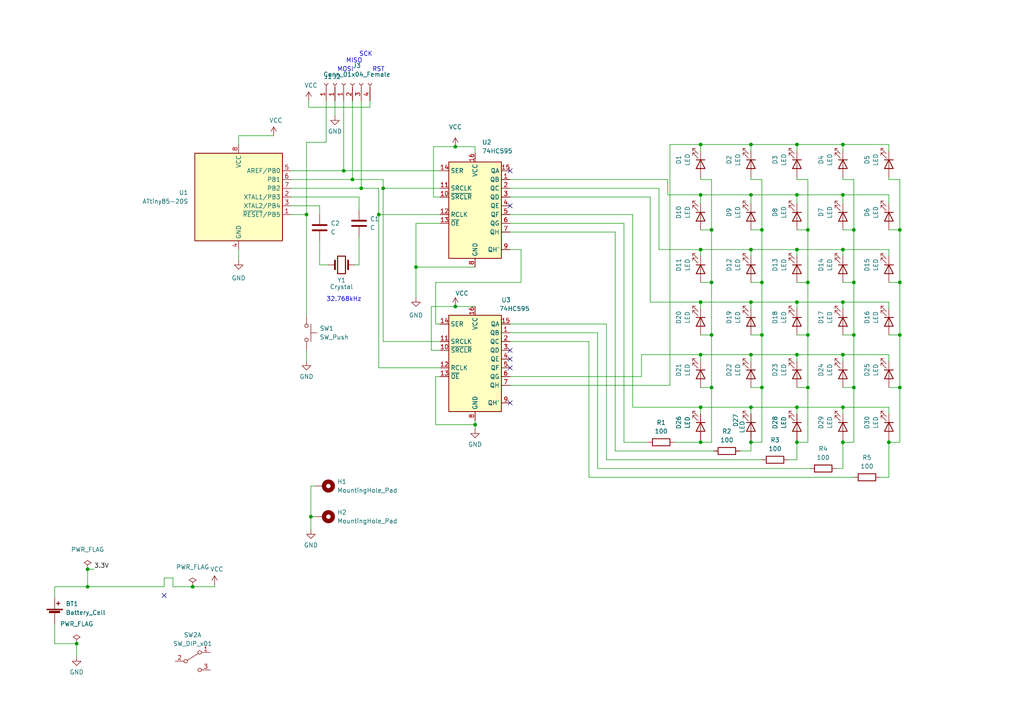
<source format=kicad_sch>
(kicad_sch (version 20211123) (generator eeschema)
  (paper "A4")
  (lib_symbols
    (symbol "74xx:74HC595"
      (property "Reference" "U" (at -7.62 13.97 0))
      (property "Value" "74HC595" (at -7.62 -16.51 0))
      (symbol "74HC595_1_0"
        (pin tri_state line (at 10.16 7.62 180) (length 2.54) (name "QB") (number "1"))
        (pin input line (at -10.16 2.54 0) (length 2.54) (name "~{SRCLR}") (number "10"))
        (pin input line (at -10.16 5.08 0) (length 2.54) (name "SRCLK") (number "11"))
        (pin input line (at -10.16 -2.54 0) (length 2.54) (name "RCLK") (number "12"))
        (pin input line (at -10.16 -5.08 0) (length 2.54) (name "~{OE}") (number "13"))
        (pin input line (at -10.16 10.16 0) (length 2.54) (name "SER") (number "14"))
        (pin tri_state line (at 10.16 10.16 180) (length 2.54) (name "QA") (number "15"))
        (pin power_in line (at 0 15.24 270) (length 2.54) (name "VCC") (number "16"))
        (pin tri_state line (at 10.16 5.08 180) (length 2.54) (name "QC") (number "2"))
        (pin tri_state line (at 10.16 2.54 180) (length 2.54) (name "QD") (number "3"))
        (pin tri_state line (at 10.16 0 180) (length 2.54) (name "QE") (number "4"))
        (pin tri_state line (at 10.16 -2.54 180) (length 2.54) (name "QF") (number "5"))
        (pin tri_state line (at 10.16 -5.08 180) (length 2.54) (name "QG") (number "6"))
        (pin tri_state line (at 10.16 -7.62 180) (length 2.54) (name "QH") (number "7"))
        (pin power_in line (at 0 -17.78 90) (length 2.54) (name "GND") (number "8"))
        (pin output line (at 10.16 -12.7 180) (length 2.54) (name "QH'") (number "9"))
      )
      (symbol "74HC595_1_1"
        (rectangle (start -7.62 12.7) (end 7.62 -15.24) (stroke (width 0.254)) (fill (type background)))
      )
    )
    (symbol "Connector:Conn_01x01_Female" (pin_names (offset 1.016) hide)
      (property "Reference" "J" (at 0 2.54 0))
      (property "Value" "Conn_01x01_Female" (at 0 -2.54 0))
      (symbol "Conn_01x01_Female_1_1"
        (polyline (pts (xy -1.27 0) (xy -0.508 0)) (stroke (width 0.1524)))
        (arc (start 0 0.508) (mid -0.508 0) (end 0 -0.508) (stroke (width 0.1524)))
        (pin passive line (at -5.08 0 0) (length 3.81) (name "Pin_1") (number "1"))
      )
    )
    (symbol "Connector:Conn_01x04_Female" (pin_names (offset 1.016) hide)
      (property "Reference" "J" (at 0 5.08 0))
      (property "Value" "Conn_01x04_Female" (at 0 -7.62 0))
      (symbol "Conn_01x04_Female_1_1"
        (arc (start 0 -4.572) (mid -0.508 -5.08) (end 0 -5.588) (stroke (width 0.1524)))
        (arc (start 0 -2.032) (mid -0.508 -2.54) (end 0 -3.048) (stroke (width 0.1524)))
        (polyline (pts (xy -1.27 -5.08) (xy -0.508 -5.08)) (stroke (width 0.1524)))
        (polyline (pts (xy -1.27 -2.54) (xy -0.508 -2.54)) (stroke (width 0.1524)))
        (polyline (pts (xy -1.27 0) (xy -0.508 0)) (stroke (width 0.1524)))
        (polyline (pts (xy -1.27 2.54) (xy -0.508 2.54)) (stroke (width 0.1524)))
        (arc (start 0 0.508) (mid -0.508 0) (end 0 -0.508) (stroke (width 0.1524)))
        (arc (start 0 3.048) (mid -0.508 2.54) (end 0 2.032) (stroke (width 0.1524)))
        (pin passive line (at -5.08 2.54 0) (length 3.81) (name "Pin_1") (number "1"))
        (pin passive line (at -5.08 0 0) (length 3.81) (name "Pin_2") (number "2"))
        (pin passive line (at -5.08 -2.54 0) (length 3.81) (name "Pin_3") (number "3"))
        (pin passive line (at -5.08 -5.08 0) (length 3.81) (name "Pin_4") (number "4"))
      )
    )
    (symbol "Device:Battery_Cell" (pin_numbers hide) (pin_names (offset 0) hide)
      (property "Reference" "BT" (at 2.54 2.54 0))
      (property "Value" "Battery_Cell" (at 2.54 0 0))
      (symbol "Battery_Cell_0_1"
        (rectangle (start -2.286 1.778) (end 2.286 1.524) (fill (type outline)))
        (rectangle (start -1.5748 1.1938) (end 1.4732 0.6858) (fill (type outline)))
        (polyline (pts (xy 0 0.762) (xy 0 0)))
        (polyline (pts (xy 0 1.778) (xy 0 2.54)))
        (polyline (pts (xy 0.508 3.429) (xy 1.524 3.429)) (stroke (width 0.254)))
        (polyline (pts (xy 1.016 3.937) (xy 1.016 2.921)) (stroke (width 0.254)))
      )
      (symbol "Battery_Cell_1_1"
        (pin passive line (at 0 5.08 270) (length 2.54) (name "+") (number "1"))
        (pin passive line (at 0 -2.54 90) (length 2.54) (name "-") (number "2"))
      )
    )
    (symbol "Device:C" (pin_numbers hide) (pin_names (offset 0.254))
      (property "Reference" "C" (at 0.635 2.54 0))
      (property "Value" "C" (at 0.635 -2.54 0))
      (symbol "C_0_1"
        (polyline (pts (xy -2.032 -0.762) (xy 2.032 -0.762)) (stroke (width 0.508)))
        (polyline (pts (xy -2.032 0.762) (xy 2.032 0.762)) (stroke (width 0.508)))
      )
      (symbol "C_1_1"
        (pin passive line (at 0 3.81 270) (length 2.794) (name "~") (number "1"))
        (pin passive line (at 0 -3.81 90) (length 2.794) (name "~") (number "2"))
      )
    )
    (symbol "Device:Crystal" (pin_numbers hide) (pin_names (offset 1.016) hide)
      (property "Reference" "Y" (at 0 3.81 0))
      (property "Value" "Crystal" (at 0 -3.81 0))
      (symbol "Crystal_0_1"
        (rectangle (start -1.143 2.54) (end 1.143 -2.54) (stroke (width 0.3048)))
        (polyline (pts (xy -2.54 0) (xy -1.905 0)))
        (polyline (pts (xy -1.905 -1.27) (xy -1.905 1.27)) (stroke (width 0.508)))
        (polyline (pts (xy 1.905 -1.27) (xy 1.905 1.27)) (stroke (width 0.508)))
        (polyline (pts (xy 2.54 0) (xy 1.905 0)))
      )
      (symbol "Crystal_1_1"
        (pin passive line (at -3.81 0 0) (length 1.27) (name "1") (number "1"))
        (pin passive line (at 3.81 0 180) (length 1.27) (name "2") (number "2"))
      )
    )
    (symbol "Device:LED" (pin_numbers hide) (pin_names (offset 1.016) hide)
      (property "Reference" "D" (at 0 2.54 0))
      (property "Value" "LED" (at 0 -2.54 0))
      (symbol "LED_0_1"
        (polyline (pts (xy -1.27 -1.27) (xy -1.27 1.27)) (stroke (width 0.254)))
        (polyline (pts (xy -1.27 0) (xy 1.27 0)))
        (polyline (pts (xy 1.27 -1.27) (xy 1.27 1.27) (xy -1.27 0) (xy 1.27 -1.27)) (stroke (width 0.254)))
        (polyline (pts (xy -3.048 -0.762) (xy -4.572 -2.286) (xy -3.81 -2.286) (xy -4.572 -2.286) (xy -4.572 -1.524)))
        (polyline (pts (xy -1.778 -0.762) (xy -3.302 -2.286) (xy -2.54 -2.286) (xy -3.302 -2.286) (xy -3.302 -1.524)))
      )
      (symbol "LED_1_1"
        (pin passive line (at -3.81 0 0) (length 2.54) (name "K") (number "1"))
        (pin passive line (at 3.81 0 180) (length 2.54) (name "A") (number "2"))
      )
    )
    (symbol "Device:R" (pin_numbers hide) (pin_names (offset 0))
      (property "Reference" "R" (at 2.032 0 90))
      (property "Value" "R" (at 0 0 90))
      (symbol "R_0_1"
        (rectangle (start -1.016 -2.54) (end 1.016 2.54) (stroke (width 0.254)))
      )
      (symbol "R_1_1"
        (pin passive line (at 0 3.81 270) (length 1.27) (name "~") (number "1"))
        (pin passive line (at 0 -3.81 90) (length 1.27) (name "~") (number "2"))
      )
    )
    (symbol "MCU_Microchip_ATtiny:ATtiny85-20S"
      (property "Reference" "U" (at -12.7 13.97 0))
      (property "Value" "ATtiny85-20S" (at 2.54 -13.97 0))
      (symbol "ATtiny85-20S_0_1"
        (rectangle (start -12.7 -12.7) (end 12.7 12.7) (stroke (width 0.254)) (fill (type background)))
      )
      (symbol "ATtiny85-20S_1_1"
        (pin bidirectional line (at 15.24 -5.08 180) (length 2.54) (name "~{RESET}/PB5") (number "1"))
        (pin bidirectional line (at 15.24 0 180) (length 2.54) (name "XTAL1/PB3") (number "2"))
        (pin bidirectional line (at 15.24 -2.54 180) (length 2.54) (name "XTAL2/PB4") (number "3"))
        (pin power_in line (at 0 -15.24 90) (length 2.54) (name "GND") (number "4"))
        (pin bidirectional line (at 15.24 7.62 180) (length 2.54) (name "AREF/PB0") (number "5"))
        (pin bidirectional line (at 15.24 5.08 180) (length 2.54) (name "PB1") (number "6"))
        (pin bidirectional line (at 15.24 2.54 180) (length 2.54) (name "PB2") (number "7"))
        (pin power_in line (at 0 15.24 270) (length 2.54) (name "VCC") (number "8"))
      )
    )
    (symbol "Mechanical:MountingHole_Pad" (pin_numbers hide) (pin_names (offset 1.016) hide)
      (property "Reference" "H" (at 0 6.35 0))
      (property "Value" "MountingHole_Pad" (at 0 4.445 0))
      (symbol "MountingHole_Pad_0_1"
        (circle (center 0 1.27) (radius 1.27) (stroke (width 1.27)))
      )
      (symbol "MountingHole_Pad_1_1"
        (pin input line (at 0 -2.54 90) (length 2.54) (name "1") (number "1"))
      )
    )
    (symbol "Switch:SW_DPDT_x2" (pin_names (offset 0) hide)
      (property "Reference" "SW" (at 0 4.318 0))
      (property "Value" "SW_DPDT_x2" (at 0 -5.08 0))
      (symbol "SW_DPDT_x2_0_0"
        (circle (center -2.032 0) (radius 0.508))
        (circle (center 2.032 -2.54) (radius 0.508))
      )
      (symbol "SW_DPDT_x2_0_1"
        (polyline (pts (xy -1.524 0.254) (xy 1.651 2.286)))
        (circle (center 2.032 2.54) (radius 0.508))
      )
      (symbol "SW_DPDT_x2_1_1"
        (pin passive line (at 5.08 2.54 180) (length 2.54) (name "A") (number "1"))
        (pin passive line (at -5.08 0 0) (length 2.54) (name "B") (number "2"))
        (pin passive line (at 5.08 -2.54 180) (length 2.54) (name "C") (number "3"))
      )
      (symbol "SW_DPDT_x2_2_1"
        (pin passive line (at 5.08 2.54 180) (length 2.54) (name "A") (number "4"))
        (pin passive line (at -5.08 0 0) (length 2.54) (name "B") (number "5"))
        (pin passive line (at 5.08 -2.54 180) (length 2.54) (name "C") (number "6"))
      )
    )
    (symbol "Switch:SW_Push" (pin_numbers hide) (pin_names (offset 1.016) hide)
      (property "Reference" "SW" (at 1.27 2.54 0))
      (property "Value" "SW_Push" (at 0 -1.524 0))
      (symbol "SW_Push_0_1"
        (circle (center -2.032 0) (radius 0.508))
        (polyline (pts (xy 0 1.27) (xy 0 3.048)))
        (polyline (pts (xy 2.54 1.27) (xy -2.54 1.27)))
        (circle (center 2.032 0) (radius 0.508))
        (pin passive line (at -5.08 0 0) (length 2.54) (name "1") (number "1"))
        (pin passive line (at 5.08 0 180) (length 2.54) (name "2") (number "2"))
      )
    )
    (symbol "power:GND" (power) (pin_names (offset 0))
      (property "Value" "GND" (at 0 -3.81 0))
      (symbol "GND_0_1"
        (polyline (pts (xy 0 0) (xy 0 -1.27) (xy 1.27 -1.27) (xy 0 -2.54) (xy -1.27 -1.27) (xy 0 -1.27)))
      )
      (symbol "GND_1_1"
        (pin power_in line (at 0 0 270) (length 0) hide (name "GND") (number "1"))
      )
    )
    (symbol "power:PWR_FLAG" (power) (pin_numbers hide) (pin_names (offset 0) hide)
      (property "Value" "PWR_FLAG" (at 0 3.81 0))
      (symbol "PWR_FLAG_0_0"
        (pin power_out line (at 0 0 90) (length 0) (name "pwr") (number "1"))
      )
      (symbol "PWR_FLAG_0_1"
        (polyline (pts (xy 0 0) (xy 0 1.27) (xy -1.016 1.905) (xy 0 2.54) (xy 1.016 1.905) (xy 0 1.27)))
      )
    )
    (symbol "power:VCC" (power) (pin_names (offset 0))
      (property "Value" "VCC" (at 0 3.81 0))
      (symbol "VCC_0_1"
        (polyline (pts (xy -0.762 1.27) (xy 0 2.54)))
        (polyline (pts (xy 0 0) (xy 0 2.54)))
        (polyline (pts (xy 0 2.54) (xy 0.762 1.27)))
      )
      (symbol "VCC_1_1"
        (pin power_in line (at 0 0 90) (length 0) hide (name "VCC") (number "1"))
      )
    )
  )
  (junction (at 231.14 128.27))
  (junction (at 104.775 54.61))
  (junction (at 244.475 118.11))
  (junction (at 247.65 66.675))
  (junction (at 203.2 128.27))
  (junction (at 88.9 62.23))
  (junction (at 25.4 170.18))
  (junction (at 203.2 72.39))
  (junction (at 132.08 42.545))
  (junction (at 120.65 77.47))
  (junction (at 247.65 81.915))
  (junction (at 217.805 56.515))
  (junction (at 90.17 149.86))
  (junction (at 217.805 41.91))
  (junction (at 203.2 56.515))
  (junction (at 203.2 102.87))
  (junction (at 231.14 56.515))
  (junction (at 220.98 81.915))
  (junction (at 137.795 123.19))
  (junction (at 231.14 118.11))
  (junction (at 102.235 52.07))
  (junction (at 25.4 165.1))
  (junction (at 206.375 81.915))
  (junction (at 220.98 97.155))
  (junction (at 231.14 102.87))
  (junction (at 217.805 87.63))
  (junction (at 203.2 87.63))
  (junction (at 247.65 112.395))
  (junction (at 220.98 112.395))
  (junction (at 244.475 72.39))
  (junction (at 231.14 41.91))
  (junction (at 247.65 97.155))
  (junction (at 217.805 102.87))
  (junction (at 220.98 66.675))
  (junction (at 217.805 118.11))
  (junction (at 234.315 97.155))
  (junction (at 203.2 118.11))
  (junction (at 206.375 97.155))
  (junction (at 203.2 41.91))
  (junction (at 260.985 66.675))
  (junction (at 231.14 87.63))
  (junction (at 111.125 54.61))
  (junction (at 217.805 72.39))
  (junction (at 234.315 81.915))
  (junction (at 234.315 66.675))
  (junction (at 260.985 81.915))
  (junction (at 231.14 72.39))
  (junction (at 55.88 170.18))
  (junction (at 22.225 186.69))
  (junction (at 234.315 112.395))
  (junction (at 217.805 128.27))
  (junction (at 206.375 66.675))
  (junction (at 244.475 56.515))
  (junction (at 260.985 97.155))
  (junction (at 99.695 49.53))
  (junction (at 260.985 112.395))
  (junction (at 244.475 102.87))
  (junction (at 109.855 62.23))
  (junction (at 244.475 128.27))
  (junction (at 132.08 88.9))
  (junction (at 244.475 41.91))
  (junction (at 206.375 112.395))
  (junction (at 257.81 128.27))
  (junction (at 244.475 87.63))
  (no_connect (at 47.625 172.72))
  (no_connect (at 147.955 116.84))
  (no_connect (at 147.955 104.14))
  (no_connect (at 147.955 59.69))
  (no_connect (at 147.955 106.68))
  (no_connect (at 147.955 101.6))
  (no_connect (at 147.955 49.53))
  (wire (pts (xy 84.455 52.07) (xy 102.235 52.07)))
  (wire (pts (xy 257.81 66.675) (xy 260.985 66.675)))
  (wire (pts (xy 260.985 81.915) (xy 260.985 97.155)))
  (wire (pts (xy 170.815 138.43) (xy 247.65 138.43)))
  (wire (pts (xy 88.9 62.23) (xy 88.9 91.44)))
  (wire (pts (xy 206.375 66.675) (xy 206.375 52.07)))
  (wire (pts (xy 147.955 96.52) (xy 173.355 96.52)))
  (wire (pts (xy 111.125 99.06) (xy 127.635 99.06)))
  (wire (pts (xy 50.165 167.64) (xy 50.165 170.18)))
  (wire (pts (xy 69.215 39.37) (xy 79.375 39.37)))
  (wire (pts (xy 234.315 97.155) (xy 234.315 81.915)))
  (wire (pts (xy 191.135 72.39) (xy 203.2 72.39)))
  (wire (pts (xy 231.14 56.515) (xy 217.805 56.515)))
  (wire (pts (xy 195.58 128.27) (xy 203.2 128.27)))
  (wire (pts (xy 217.805 66.675) (xy 220.98 66.675)))
  (wire (pts (xy 244.475 118.11) (xy 244.475 120.015)))
  (wire (pts (xy 257.81 72.39) (xy 257.81 74.295)))
  (wire (pts (xy 69.215 72.39) (xy 69.215 75.565)))
  (wire (pts (xy 203.2 87.63) (xy 217.805 87.63)))
  (wire (pts (xy 234.315 128.27) (xy 234.315 112.395)))
  (wire (pts (xy 194.31 41.91) (xy 203.2 41.91)))
  (wire (pts (xy 244.475 87.63) (xy 244.475 89.535)))
  (wire (pts (xy 69.215 39.37) (xy 69.215 41.91)))
  (wire (pts (xy 109.855 54.61) (xy 104.775 54.61)))
  (wire (pts (xy 55.88 170.18) (xy 62.23 170.18)))
  (wire (pts (xy 231.14 72.39) (xy 231.14 74.295)))
  (wire (pts (xy 244.475 72.39) (xy 257.81 72.39)))
  (wire (pts (xy 257.81 118.11) (xy 244.475 118.11)))
  (wire (pts (xy 203.2 97.155) (xy 206.375 97.155)))
  (wire (pts (xy 231.14 66.675) (xy 234.315 66.675)))
  (wire (pts (xy 203.2 118.11) (xy 217.805 118.11)))
  (wire (pts (xy 244.475 118.11) (xy 231.14 118.11)))
  (wire (pts (xy 244.475 102.87) (xy 257.81 102.87)))
  (wire (pts (xy 206.375 97.155) (xy 206.375 81.915)))
  (wire (pts (xy 231.14 87.63) (xy 231.14 89.535)))
  (wire (pts (xy 186.055 102.87) (xy 203.2 102.87)))
  (wire (pts (xy 214.63 130.81) (xy 217.805 130.81)))
  (wire (pts (xy 84.455 59.69) (xy 92.71 59.69)))
  (wire (pts (xy 193.675 56.515) (xy 203.2 56.515)))
  (wire (pts (xy 231.14 118.11) (xy 217.805 118.11)))
  (wire (pts (xy 147.955 54.61) (xy 191.135 54.61)))
  (wire (pts (xy 25.4 170.18) (xy 47.625 170.18)))
  (wire (pts (xy 203.2 102.87) (xy 217.805 102.87)))
  (wire (pts (xy 244.475 135.89) (xy 244.475 128.27)))
  (wire (pts (xy 231.14 112.395) (xy 234.315 112.395)))
  (wire (pts (xy 247.65 81.915) (xy 247.65 66.675)))
  (wire (pts (xy 104.775 54.61) (xy 84.455 54.61)))
  (wire (pts (xy 203.2 118.11) (xy 203.2 120.015)))
  (wire (pts (xy 175.895 133.35) (xy 220.98 133.35)))
  (wire (pts (xy 231.14 128.27) (xy 231.14 133.35)))
  (wire (pts (xy 203.2 112.395) (xy 206.375 112.395)))
  (wire (pts (xy 217.805 52.07) (xy 217.805 51.435)))
  (wire (pts (xy 15.875 186.69) (xy 22.225 186.69)))
  (wire (pts (xy 203.2 66.675) (xy 206.375 66.675)))
  (wire (pts (xy 147.955 62.23) (xy 183.515 62.23)))
  (wire (pts (xy 234.315 112.395) (xy 234.315 97.155)))
  (wire (pts (xy 231.14 118.11) (xy 231.14 120.015)))
  (wire (pts (xy 244.475 128.27) (xy 247.65 128.27)))
  (wire (pts (xy 90.17 149.86) (xy 91.44 149.86)))
  (wire (pts (xy 47.625 170.18) (xy 47.625 167.64)))
  (wire (pts (xy 107.315 31.115) (xy 107.315 29.21)))
  (wire (pts (xy 217.805 127.635) (xy 217.805 128.27)))
  (wire (pts (xy 231.14 128.27) (xy 234.315 128.27)))
  (wire (pts (xy 183.515 118.11) (xy 203.2 118.11)))
  (wire (pts (xy 15.875 173.355) (xy 15.875 170.18)))
  (wire (pts (xy 217.805 97.155) (xy 220.98 97.155)))
  (wire (pts (xy 257.81 43.815) (xy 257.81 41.91)))
  (wire (pts (xy 137.795 123.19) (xy 137.795 124.46)))
  (wire (pts (xy 217.805 102.87) (xy 217.805 104.775)))
  (wire (pts (xy 84.455 62.23) (xy 88.9 62.23)))
  (wire (pts (xy 206.375 128.27) (xy 206.375 112.395)))
  (wire (pts (xy 231.14 87.63) (xy 244.475 87.63)))
  (wire (pts (xy 247.65 66.675) (xy 247.65 52.07)))
  (wire (pts (xy 260.985 52.07) (xy 260.985 66.675)))
  (wire (pts (xy 244.475 41.91) (xy 244.475 43.815)))
  (wire (pts (xy 94.615 41.275) (xy 94.615 29.21)))
  (wire (pts (xy 147.955 109.22) (xy 186.055 109.22)))
  (wire (pts (xy 186.055 109.22) (xy 186.055 102.87)))
  (wire (pts (xy 89.535 31.115) (xy 107.315 31.115)))
  (wire (pts (xy 147.955 72.39) (xy 151.13 72.39)))
  (wire (pts (xy 137.795 42.545) (xy 137.795 44.45)))
  (wire (pts (xy 207.01 130.81) (xy 178.435 130.81)))
  (wire (pts (xy 220.98 97.155) (xy 220.98 81.915)))
  (wire (pts (xy 203.2 81.915) (xy 206.375 81.915)))
  (wire (pts (xy 234.315 81.915) (xy 234.315 66.675)))
  (wire (pts (xy 175.895 133.35) (xy 175.895 93.98)))
  (wire (pts (xy 244.475 52.07) (xy 244.475 51.435)))
  (wire (pts (xy 244.475 41.91) (xy 257.81 41.91)))
  (wire (pts (xy 231.14 56.515) (xy 231.14 59.055)))
  (wire (pts (xy 217.805 102.87) (xy 231.14 102.87)))
  (wire (pts (xy 109.855 62.23) (xy 109.855 106.68)))
  (wire (pts (xy 231.14 127.635) (xy 231.14 128.27)))
  (wire (pts (xy 175.895 93.98) (xy 147.955 93.98)))
  (wire (pts (xy 244.475 112.395) (xy 247.65 112.395)))
  (wire (pts (xy 220.98 81.915) (xy 220.98 66.675)))
  (wire (pts (xy 217.805 128.27) (xy 220.98 128.27)))
  (wire (pts (xy 217.805 87.63) (xy 217.805 89.535)))
  (wire (pts (xy 147.955 52.07) (xy 193.675 52.07)))
  (wire (pts (xy 231.14 72.39) (xy 244.475 72.39)))
  (wire (pts (xy 126.365 93.98) (xy 127.635 93.98)))
  (wire (pts (xy 180.975 128.27) (xy 187.96 128.27)))
  (wire (pts (xy 217.805 41.91) (xy 217.805 43.815)))
  (wire (pts (xy 147.955 99.06) (xy 170.815 99.06)))
  (wire (pts (xy 120.65 77.47) (xy 137.795 77.47)))
  (wire (pts (xy 104.14 76.835) (xy 102.87 76.835)))
  (wire (pts (xy 244.475 127.635) (xy 244.475 128.27)))
  (wire (pts (xy 217.805 72.39) (xy 217.805 74.295)))
  (wire (pts (xy 244.475 102.87) (xy 244.475 104.775)))
  (wire (pts (xy 203.2 128.27) (xy 206.375 128.27)))
  (wire (pts (xy 127.635 64.77) (xy 120.65 64.77)))
  (wire (pts (xy 217.805 112.395) (xy 220.98 112.395)))
  (wire (pts (xy 206.375 52.07) (xy 203.2 52.07)))
  (wire (pts (xy 125.095 88.9) (xy 125.095 101.6)))
  (wire (pts (xy 50.165 170.18) (xy 55.88 170.18)))
  (wire (pts (xy 193.675 52.07) (xy 193.675 56.515)))
  (wire (pts (xy 206.375 81.915) (xy 206.375 66.675)))
  (wire (pts (xy 120.65 64.77) (xy 120.65 77.47)))
  (wire (pts (xy 88.9 41.275) (xy 94.615 41.275)))
  (wire (pts (xy 244.475 87.63) (xy 257.81 87.63)))
  (wire (pts (xy 15.875 180.975) (xy 15.875 186.69)))
  (wire (pts (xy 260.985 52.07) (xy 257.81 52.07)))
  (wire (pts (xy 217.805 118.11) (xy 217.805 120.015)))
  (wire (pts (xy 92.71 76.835) (xy 95.25 76.835)))
  (wire (pts (xy 188.595 87.63) (xy 188.595 57.15)))
  (wire (pts (xy 220.98 128.27) (xy 220.98 112.395)))
  (wire (pts (xy 231.14 81.915) (xy 234.315 81.915)))
  (wire (pts (xy 257.81 52.07) (xy 257.81 51.435)))
  (wire (pts (xy 244.475 81.915) (xy 247.65 81.915)))
  (wire (pts (xy 203.2 74.295) (xy 203.2 72.39)))
  (wire (pts (xy 257.81 59.055) (xy 257.81 56.515)))
  (wire (pts (xy 257.81 104.775) (xy 257.81 102.87)))
  (wire (pts (xy 137.795 123.19) (xy 137.795 121.92)))
  (wire (pts (xy 257.81 97.155) (xy 260.985 97.155)))
  (wire (pts (xy 234.315 52.07) (xy 231.14 52.07)))
  (wire (pts (xy 234.315 66.675) (xy 234.315 52.07)))
  (wire (pts (xy 178.435 67.31) (xy 178.435 130.81)))
  (wire (pts (xy 260.985 112.395) (xy 260.985 97.155)))
  (wire (pts (xy 88.9 62.23) (xy 88.9 41.275)))
  (wire (pts (xy 84.455 49.53) (xy 99.695 49.53)))
  (wire (pts (xy 62.23 170.18) (xy 62.23 169.545)))
  (wire (pts (xy 244.475 56.515) (xy 231.14 56.515)))
  (wire (pts (xy 231.14 43.815) (xy 231.14 41.91)))
  (wire (pts (xy 183.515 62.23) (xy 183.515 118.11)))
  (wire (pts (xy 90.17 140.97) (xy 90.17 149.86)))
  (wire (pts (xy 127.635 109.22) (xy 126.365 109.22)))
  (wire (pts (xy 217.805 81.915) (xy 220.98 81.915)))
  (wire (pts (xy 47.625 167.64) (xy 50.165 167.64)))
  (wire (pts (xy 109.855 62.23) (xy 109.855 54.61)))
  (wire (pts (xy 120.65 77.47) (xy 120.65 86.36)))
  (wire (pts (xy 111.125 54.61) (xy 127.635 54.61)))
  (wire (pts (xy 217.805 72.39) (xy 231.14 72.39)))
  (wire (pts (xy 104.14 57.15) (xy 104.14 60.96)))
  (wire (pts (xy 126.365 109.22) (xy 126.365 123.19)))
  (wire (pts (xy 194.31 41.91) (xy 194.31 111.76)))
  (wire (pts (xy 220.98 52.07) (xy 217.805 52.07)))
  (wire (pts (xy 88.9 101.6) (xy 88.9 104.775)))
  (wire (pts (xy 132.08 88.9) (xy 125.095 88.9)))
  (wire (pts (xy 206.375 112.395) (xy 206.375 97.155)))
  (wire (pts (xy 126.365 123.19) (xy 137.795 123.19)))
  (wire (pts (xy 151.13 72.39) (xy 151.13 81.915)))
  (wire (pts (xy 147.955 67.31) (xy 178.435 67.31)))
  (wire (pts (xy 99.695 29.21) (xy 99.695 49.53)))
  (wire (pts (xy 99.695 49.53) (xy 127.635 49.53)))
  (wire (pts (xy 102.235 52.07) (xy 111.125 52.07)))
  (wire (pts (xy 257.81 81.915) (xy 260.985 81.915)))
  (wire (pts (xy 188.595 87.63) (xy 203.2 87.63)))
  (wire (pts (xy 125.095 101.6) (xy 127.635 101.6)))
  (wire (pts (xy 203.2 127.635) (xy 203.2 128.27)))
  (wire (pts (xy 231.14 97.155) (xy 234.315 97.155)))
  (wire (pts (xy 25.4 170.18) (xy 25.4 165.1)))
  (wire (pts (xy 257.81 127.635) (xy 257.81 128.27)))
  (wire (pts (xy 220.98 66.675) (xy 220.98 52.07)))
  (wire (pts (xy 203.2 102.87) (xy 203.2 104.775)))
  (wire (pts (xy 25.4 165.1) (xy 27.305 165.1)))
  (wire (pts (xy 92.71 59.69) (xy 92.71 62.23)))
  (wire (pts (xy 231.14 104.775) (xy 231.14 102.87)))
  (wire (pts (xy 137.795 88.9) (xy 132.08 88.9)))
  (wire (pts (xy 257.81 56.515) (xy 244.475 56.515)))
  (wire (pts (xy 173.355 135.89) (xy 234.95 135.89)))
  (wire (pts (xy 257.81 128.27) (xy 257.81 138.43)))
  (wire (pts (xy 217.805 87.63) (xy 231.14 87.63)))
  (wire (pts (xy 257.81 128.27) (xy 260.985 128.27)))
  (wire (pts (xy 203.2 56.515) (xy 217.805 56.515)))
  (wire (pts (xy 104.14 68.58) (xy 104.14 76.835)))
  (wire (pts (xy 127.635 57.15) (xy 125.73 57.15)))
  (wire (pts (xy 180.975 64.77) (xy 147.955 64.77)))
  (wire (pts (xy 104.775 29.21) (xy 104.775 54.61)))
  (wire (pts (xy 188.595 57.15) (xy 147.955 57.15)))
  (wire (pts (xy 203.2 41.91) (xy 203.2 43.815)))
  (wire (pts (xy 231.14 41.91) (xy 244.475 41.91)))
  (wire (pts (xy 247.65 112.395) (xy 247.65 97.155)))
  (wire (pts (xy 102.235 29.21) (xy 102.235 52.07)))
  (wire (pts (xy 132.08 42.545) (xy 137.795 42.545)))
  (wire (pts (xy 170.815 138.43) (xy 170.815 99.06)))
  (wire (pts (xy 203.2 87.63) (xy 203.2 89.535)))
  (wire (pts (xy 111.125 54.61) (xy 111.125 99.06)))
  (wire (pts (xy 260.985 66.675) (xy 260.985 81.915)))
  (wire (pts (xy 173.355 96.52) (xy 173.355 135.89)))
  (wire (pts (xy 242.57 135.89) (xy 244.475 135.89)))
  (wire (pts (xy 125.73 57.15) (xy 125.73 42.545)))
  (wire (pts (xy 91.44 140.97) (xy 90.17 140.97)))
  (wire (pts (xy 109.855 106.68) (xy 127.635 106.68)))
  (wire (pts (xy 89.535 31.115) (xy 89.535 29.21)))
  (wire (pts (xy 257.81 120.015) (xy 257.81 118.11)))
  (wire (pts (xy 255.27 138.43) (xy 257.81 138.43)))
  (wire (pts (xy 244.475 66.675) (xy 247.65 66.675)))
  (wire (pts (xy 151.13 81.915) (xy 126.365 81.915)))
  (wire (pts (xy 111.125 52.07) (xy 111.125 54.61)))
  (wire (pts (xy 247.65 52.07) (xy 244.475 52.07)))
  (wire (pts (xy 203.2 56.515) (xy 203.2 59.055)))
  (wire (pts (xy 217.805 130.81) (xy 217.805 128.27)))
  (wire (pts (xy 247.65 97.155) (xy 247.65 81.915)))
  (wire (pts (xy 84.455 57.15) (xy 104.14 57.15)))
  (wire (pts (xy 191.135 72.39) (xy 191.135 54.61)))
  (wire (pts (xy 92.71 69.85) (xy 92.71 76.835)))
  (wire (pts (xy 109.855 62.23) (xy 127.635 62.23)))
  (wire (pts (xy 180.975 128.27) (xy 180.975 64.77)))
  (wire (pts (xy 244.475 97.155) (xy 247.65 97.155)))
  (wire (pts (xy 220.98 112.395) (xy 220.98 97.155)))
  (wire (pts (xy 260.985 128.27) (xy 260.985 112.395)))
  (wire (pts (xy 217.805 41.91) (xy 231.14 41.91)))
  (wire (pts (xy 247.65 128.27) (xy 247.65 112.395)))
  (wire (pts (xy 125.73 42.545) (xy 132.08 42.545)))
  (wire (pts (xy 203.2 72.39) (xy 217.805 72.39)))
  (wire (pts (xy 244.475 56.515) (xy 244.475 59.055)))
  (wire (pts (xy 203.2 41.91) (xy 217.805 41.91)))
  (wire (pts (xy 203.2 52.07) (xy 203.2 51.435)))
  (wire (pts (xy 15.875 170.18) (xy 25.4 170.18)))
  (wire (pts (xy 231.14 52.07) (xy 231.14 51.435)))
  (wire (pts (xy 22.225 186.69) (xy 22.225 190.5)))
  (wire (pts (xy 217.805 56.515) (xy 217.805 59.055)))
  (wire (pts (xy 257.81 112.395) (xy 260.985 112.395)))
  (wire (pts (xy 97.155 29.21) (xy 97.155 33.655)))
  (wire (pts (xy 244.475 72.39) (xy 244.475 74.295)))
  (wire (pts (xy 231.14 102.87) (xy 244.475 102.87)))
  (wire (pts (xy 228.6 133.35) (xy 231.14 133.35)))
  (wire (pts (xy 126.365 81.915) (xy 126.365 93.98)))
  (wire (pts (xy 194.31 111.76) (xy 147.955 111.76)))
  (wire (pts (xy 257.81 89.535) (xy 257.81 87.63)))
  (wire (pts (xy 90.17 149.86) (xy 90.17 153.67)))
  (text "32.768kHz" (at 94.615 87.63 0) (effects (font (size 1.27 1.27)) (justify left bottom)))
  (text "MOSI" (at 97.79 20.955 0) (effects (font (size 1.27 1.27)) (justify left bottom)))
  (text "MISO" (at 100.33 18.415 0) (effects (font (size 1.27 1.27)) (justify left bottom)))
  (text "RST" (at 107.95 20.955 0) (effects (font (size 1.27 1.27)) (justify left bottom)))
  (text "SCK" (at 104.14 16.51 0) (effects (font (size 1.27 1.27)) (justify left bottom)))
  (label "3.3V" (at 27.305 165.1 0))
  (symbol (lib_id "power:VCC") (at 89.535 29.21 0) (unit 1)
    (property "Reference" "#PWR01" (effects hide))
    (property "Value" "VCC" (at 90.17 24.765 0))
  )
  (symbol (lib_id "Device:R") (at 191.77 128.27 270) (unit 1)
    (property "Reference" "R1" (at 191.77 122.555 90))
    (property "Value" "100" (at 191.77 125.095 90))
    (property "Footprint" "Resistor_SMD:R_1206_3216Metric_Pad1.30x1.75mm_HandSolder" (effects hide))
  )
  (symbol (lib_id "Device:LED") (at 231.14 108.585 270) (unit 1)
    (property "Reference" "D23" (at 224.79 107.315 0))
    (property "Value" "LED" (at 227.33 107.315 0))
    (property "Footprint" "Diode_SMD:D_1206_3216Metric_Pad1.42x1.75mm_HandSolder" (effects hide))
  )
  (symbol (lib_id "Device:LED") (at 203.2 78.105 270) (unit 1)
    (property "Reference" "D11" (at 196.85 76.835 0))
    (property "Value" "LED" (at 199.39 76.835 0))
    (property "Footprint" "Diode_SMD:D_1206_3216Metric_Pad1.42x1.75mm_HandSolder" (effects hide))
  )
  (symbol (lib_id "Device:LED") (at 231.14 123.825 270) (unit 1)
    (property "Reference" "D28" (at 224.79 122.555 0))
    (property "Value" "LED" (at 227.33 122.555 0))
    (property "Footprint" "Diode_SMD:D_1206_3216Metric_Pad1.42x1.75mm_HandSolder" (effects hide))
  )
  (symbol (lib_id "Device:LED") (at 217.805 78.105 270) (unit 1)
    (property "Reference" "D12" (at 211.455 76.835 0))
    (property "Value" "LED" (at 213.995 76.835 0))
    (property "Footprint" "Diode_SMD:D_1206_3216Metric_Pad1.42x1.75mm_HandSolder" (effects hide))
  )
  (symbol (lib_id "Device:LED") (at 231.14 62.865 270) (unit 1)
    (property "Reference" "D8" (at 224.79 61.595 0))
    (property "Value" "LED" (at 227.33 61.595 0))
    (property "Footprint" "Diode_SMD:D_1206_3216Metric_Pad1.42x1.75mm_HandSolder" (effects hide))
  )
  (symbol (lib_id "Device:LED") (at 244.475 108.585 270) (unit 1)
    (property "Reference" "D24" (at 238.125 107.315 0))
    (property "Value" "LED" (at 240.665 107.315 0))
    (property "Footprint" "Diode_SMD:D_1206_3216Metric_Pad1.42x1.75mm_HandSolder" (effects hide))
  )
  (symbol (lib_id "MCU_Microchip_ATtiny:ATtiny85-20S") (at 69.215 57.15 0) (unit 1)
    (property "Reference" "U1" (at 54.61 55.8799 0) (effects (justify right)))
    (property "Value" "ATtiny85-20S" (at 54.61 58.4199 0) (effects (justify right)))
    (property "Footprint" "Package_SO:SOIC-8W_5.3x5.3mm_P1.27mm" (effects hide))
    (property "Datasheet" "http://ww1.microchip.com/downloads/en/DeviceDoc/atmel-2586-avr-8-bit-microcontroller-attiny25-attiny45-attiny85_datasheet.pdf" (effects hide))
  )
  (symbol (lib_id "Device:LED") (at 257.81 93.345 270) (unit 1)
    (property "Reference" "D16" (at 251.46 92.075 0))
    (property "Value" "LED" (at 254 92.075 0))
    (property "Footprint" "Diode_SMD:D_1206_3216Metric_Pad1.42x1.75mm_HandSolder" (effects hide))
  )
  (symbol (lib_id "Device:LED") (at 203.2 108.585 270) (unit 1)
    (property "Reference" "D21" (at 196.85 107.315 0))
    (property "Value" "LED" (at 199.39 107.315 0))
    (property "Footprint" "Diode_SMD:D_1206_3216Metric_Pad1.42x1.75mm_HandSolder" (effects hide))
  )
  (symbol (lib_id "Connector:Conn_01x01_Female") (at 97.155 24.13 90) (unit 1)
    (property "Reference" "J2" (at 96.52 22.225 90) (effects (justify right)))
    (property "Value" "Conn_01x01_Female" (effects hide))
    (property "Footprint" "Connector_PinSocket_2.54mm:PinSocket_1x01_P2.54mm_Vertical" (effects hide))
  )
  (symbol (lib_id "Device:LED") (at 203.2 93.345 270) (unit 1)
    (property "Reference" "D20" (at 196.85 92.075 0))
    (property "Value" "LED" (at 199.39 92.075 0))
    (property "Footprint" "Diode_SMD:D_1206_3216Metric_Pad1.42x1.75mm_HandSolder" (effects hide))
  )
  (symbol (lib_id "power:GND") (at 88.9 104.775 0) (unit 1)
    (property "Reference" "#PWR08" (effects hide))
    (property "Value" "GND" (at 88.9 109.22 0))
  )
  (symbol (lib_id "Device:LED") (at 203.2 62.865 270) (unit 1)
    (property "Reference" "D10" (at 196.85 61.595 0))
    (property "Value" "LED" (at 199.39 61.595 0))
    (property "Footprint" "Diode_SMD:D_1206_3216Metric_Pad1.42x1.75mm_HandSolder" (effects hide))
  )
  (symbol (lib_id "power:VCC") (at 132.08 42.545 0) (unit 1)
    (property "Reference" "#PWR04" (effects hide))
    (property "Value" "VCC" (at 132.08 36.83 0))
  )
  (symbol (lib_id "Device:LED") (at 217.805 62.865 270) (unit 1)
    (property "Reference" "D9" (at 211.455 61.595 0))
    (property "Value" "LED" (at 213.995 61.595 0))
    (property "Footprint" "Diode_SMD:D_1206_3216Metric_Pad1.42x1.75mm_HandSolder" (effects hide))
  )
  (symbol (lib_id "Device:C") (at 104.14 64.77 180) (unit 1)
    (property "Reference" "C1" (at 107.315 63.4999 0) (effects (justify right)))
    (property "Value" "C" (at 107.315 66.0399 0) (effects (justify right)))
    (property "Footprint" "Capacitor_SMD:C_0805_2012Metric" (effects hide))
  )
  (symbol (lib_id "Device:LED") (at 231.14 93.345 270) (unit 1)
    (property "Reference" "D18" (at 224.79 92.075 0))
    (property "Value" "LED" (at 227.33 92.075 0))
    (property "Footprint" "Diode_SMD:D_1206_3216Metric_Pad1.42x1.75mm_HandSolder" (effects hide))
  )
  (symbol (lib_id "Device:LED") (at 257.81 78.105 270) (unit 1)
    (property "Reference" "D15" (at 251.46 76.835 0))
    (property "Value" "LED" (at 254 76.835 0))
    (property "Footprint" "Diode_SMD:D_1206_3216Metric_Pad1.42x1.75mm_HandSolder" (effects hide))
  )
  (symbol (lib_id "Device:LED") (at 244.475 62.865 270) (unit 1)
    (property "Reference" "D7" (at 238.125 61.595 0))
    (property "Value" "LED" (at 240.665 61.595 0))
    (property "Footprint" "Diode_SMD:D_1206_3216Metric_Pad1.42x1.75mm_HandSolder" (effects hide))
  )
  (symbol (lib_id "Device:C") (at 92.71 66.04 0) (unit 1)
    (property "Reference" "C2" (at 95.885 64.7699 0) (effects (justify left)))
    (property "Value" "C" (at 95.885 67.3099 0) (effects (justify left)))
    (property "Footprint" "Capacitor_SMD:C_0805_2012Metric" (effects hide))
  )
  (symbol (lib_id "Mechanical:MountingHole_Pad") (at 93.98 140.97 270) (unit 1)
    (property "Reference" "H1" (at 97.79 139.6999 90) (effects (justify left)))
    (property "Value" "MountingHole_Pad" (at 97.79 142.2399 90) (effects (justify left)))
    (property "Footprint" "MountingHole:MountingHole_2.2mm_M2_ISO7380_Pad" (effects hide))
  )
  (symbol (lib_id "Device:R") (at 251.46 138.43 270) (unit 1)
    (property "Reference" "R5" (at 251.46 132.715 90))
    (property "Value" "100" (at 251.46 135.255 90))
    (property "Footprint" "Resistor_SMD:R_1206_3216Metric_Pad1.30x1.75mm_HandSolder" (effects hide))
  )
  (symbol (lib_id "Device:LED") (at 244.475 78.105 270) (unit 1)
    (property "Reference" "D14" (at 238.125 76.835 0))
    (property "Value" "LED" (at 240.665 76.835 0))
    (property "Footprint" "Diode_SMD:D_1206_3216Metric_Pad1.42x1.75mm_HandSolder" (effects hide))
  )
  (symbol (lib_id "power:PWR_FLAG") (at 22.225 186.69 0) (unit 1)
    (property "Reference" "#FLG03" (effects hide))
    (property "Value" "PWR_FLAG" (at 22.225 180.975 0))
  )
  (symbol (lib_id "power:VCC") (at 62.23 169.545 0) (unit 1)
    (property "Reference" "#PWR011" (effects hide))
    (property "Value" "VCC" (at 62.865 165.1 0))
  )
  (symbol (lib_id "Device:LED") (at 257.81 108.585 270) (unit 1)
    (property "Reference" "D25" (at 251.46 107.315 0))
    (property "Value" "LED" (at 254 107.315 0))
    (property "Footprint" "Diode_SMD:D_1206_3216Metric_Pad1.42x1.75mm_HandSolder" (effects hide))
  )
  (symbol (lib_id "Connector:Conn_01x01_Female") (at 94.615 24.13 90) (unit 1)
    (property "Reference" "J1" (at 93.98 22.225 90) (effects (justify right)))
    (property "Value" "Conn_01x01_Female" (effects hide))
    (property "Footprint" "Connector_PinSocket_2.54mm:PinSocket_1x01_P2.54mm_Vertical" (effects hide))
  )
  (symbol (lib_id "Device:LED") (at 244.475 123.825 270) (unit 1)
    (property "Reference" "D29" (at 238.125 122.555 0))
    (property "Value" "LED" (at 240.665 122.555 0))
    (property "Footprint" "Diode_SMD:D_1206_3216Metric_Pad1.42x1.75mm_HandSolder" (effects hide))
  )
  (symbol (lib_id "Device:Battery_Cell") (at 15.875 178.435 0) (unit 1)
    (property "Reference" "BT1" (at 19.05 175.1329 0) (effects (justify left)))
    (property "Value" "Battery_Cell" (at 19.05 177.6729 0) (effects (justify left)))
    (property "Footprint" "Battery:BatteryHolder_Keystone_1058_1x2032" (effects hide))
  )
  (symbol (lib_id "Device:Crystal") (at 99.06 76.835 180) (unit 1)
    (property "Reference" "Y1" (at 99.06 81.28 0))
    (property "Value" "Crystal" (at 99.06 83.185 0))
    (property "Footprint" "Crystal:Crystal_SMD_EuroQuartz_EQ161-2Pin_3.2x1.5mm" (effects hide))
  )
  (symbol (lib_id "power:GND") (at 22.225 190.5 0) (unit 1)
    (property "Reference" "#PWR012" (effects hide))
    (property "Value" "GND" (at 22.225 194.945 0))
  )
  (symbol (lib_id "Switch:SW_Push") (at 88.9 96.52 270) (unit 1)
    (property "Reference" "SW1" (at 92.71 95.2499 90) (effects (justify left)))
    (property "Value" "SW_Push" (at 92.71 97.7899 90) (effects (justify left)))
    (property "Footprint" "Ornament:TL3305AF160QG_Push_Button" (effects hide))
  )
  (symbol (lib_id "power:VCC") (at 79.375 39.37 0) (unit 1)
    (property "Reference" "#PWR03" (effects hide))
    (property "Value" "VCC" (at 80.01 34.925 0))
  )
  (symbol (lib_id "Connector:Conn_01x04_Female") (at 102.235 24.13 90) (unit 1)
    (property "Reference" "J3" (at 103.505 19.05 90))
    (property "Value" "Conn_01x04_Female" (at 103.505 21.59 90))
    (property "Footprint" "Connector_PinSocket_2.54mm:PinSocket_1x04_P2.54mm_Vertical" (effects hide))
  )
  (symbol (lib_id "Device:LED") (at 217.805 47.625 270) (unit 1)
    (property "Reference" "D2" (at 211.455 46.355 0))
    (property "Value" "LED" (at 213.995 46.355 0))
    (property "Footprint" "Diode_SMD:D_1206_3216Metric_Pad1.42x1.75mm_HandSolder" (effects hide))
  )
  (symbol (lib_id "Switch:SW_DPDT_x2") (at 55.88 191.77 0) (unit 1)
    (property "Reference" "SW2" (at 55.88 184.15 0))
    (property "Value" "SW_DIP_x01" (at 55.88 186.69 0))
    (property "Footprint" "Ornament:JS102011SCQN__Switch" (effects hide))
  )
  (symbol (lib_id "power:GND") (at 97.155 33.655 0) (unit 1)
    (property "Reference" "#PWR02" (effects hide))
    (property "Value" "GND" (at 97.155 38.1 0))
  )
  (symbol (lib_id "Device:R") (at 210.82 130.81 270) (unit 1)
    (property "Reference" "R2" (at 210.82 125.095 90))
    (property "Value" "100" (at 210.82 127.635 90))
    (property "Footprint" "Resistor_SMD:R_1206_3216Metric_Pad1.30x1.75mm_HandSolder" (effects hide))
  )
  (symbol (lib_id "Device:R") (at 238.76 135.89 270) (unit 1)
    (property "Reference" "R4" (at 238.76 130.175 90))
    (property "Value" "100" (at 238.76 132.715 90))
    (property "Footprint" "Resistor_SMD:R_1206_3216Metric_Pad1.30x1.75mm_HandSolder" (effects hide))
  )
  (symbol (lib_id "Device:LED") (at 257.81 62.865 270) (unit 1)
    (property "Reference" "D6" (at 251.46 61.595 0))
    (property "Value" "LED" (at 254 61.595 0))
    (property "Footprint" "Diode_SMD:D_1206_3216Metric_Pad1.42x1.75mm_HandSolder" (effects hide))
  )
  (symbol (lib_id "Device:LED") (at 231.14 78.105 270) (unit 1)
    (property "Reference" "D13" (at 224.79 76.835 0))
    (property "Value" "LED" (at 227.33 76.835 0))
    (property "Footprint" "Diode_SMD:D_1206_3216Metric_Pad1.42x1.75mm_HandSolder" (effects hide))
  )
  (symbol (lib_id "power:GND") (at 120.65 86.36 0) (unit 1)
    (property "Reference" "#PWR06" (effects hide))
    (property "Value" "GND" (at 120.65 91.44 0))
  )
  (symbol (lib_id "Device:LED") (at 257.81 47.625 270) (unit 1)
    (property "Reference" "D5" (at 251.46 46.355 0))
    (property "Value" "LED" (at 254 46.355 0))
    (property "Footprint" "Diode_SMD:D_1206_3216Metric_Pad1.42x1.75mm_HandSolder" (effects hide))
  )
  (symbol (lib_id "power:VCC") (at 132.08 88.9 0) (unit 1)
    (property "Reference" "#PWR07" (effects hide))
    (property "Value" "VCC" (at 133.985 85.09 0))
  )
  (symbol (lib_id "Device:LED") (at 231.14 47.625 270) (unit 1)
    (property "Reference" "D3" (at 224.79 46.355 0))
    (property "Value" "LED" (at 227.33 46.355 0))
    (property "Footprint" "Diode_SMD:D_1206_3216Metric_Pad1.42x1.75mm_HandSolder" (effects hide))
  )
  (symbol (lib_id "74xx:74HC595") (at 137.795 59.69 0) (unit 1)
    (property "Reference" "U2" (at 139.8144 41.275 0) (effects (justify left)))
    (property "Value" "74HC595" (at 139.8144 43.815 0) (effects (justify left)))
    (property "Footprint" "Package_SO:SOIC-16W_7.5x10.3mm_P1.27mm" (effects hide))
    (property "Datasheet" "http://www.ti.com/lit/ds/symlink/sn74hc595.pdf" (effects hide))
  )
  (symbol (lib_id "Device:LED") (at 217.805 108.585 270) (unit 1)
    (property "Reference" "D22" (at 211.455 107.315 0))
    (property "Value" "LED" (at 213.995 107.315 0))
    (property "Footprint" "Diode_SMD:D_1206_3216Metric_Pad1.42x1.75mm_HandSolder" (effects hide))
  )
  (symbol (lib_id "Device:LED") (at 203.2 123.825 270) (unit 1)
    (property "Reference" "D26" (at 196.85 122.555 0))
    (property "Value" "LED" (at 199.39 122.555 0))
    (property "Footprint" "Diode_SMD:D_1206_3216Metric_Pad1.42x1.75mm_HandSolder" (effects hide))
  )
  (symbol (lib_id "Device:LED") (at 217.805 93.345 270) (unit 1)
    (property "Reference" "D19" (at 211.455 92.075 0))
    (property "Value" "LED" (at 213.995 92.075 0))
    (property "Footprint" "Diode_SMD:D_1206_3216Metric_Pad1.42x1.75mm_HandSolder" (effects hide))
  )
  (symbol (lib_id "power:GND") (at 90.17 153.67 0) (unit 1)
    (property "Reference" "#PWR010" (effects hide))
    (property "Value" "GND" (at 90.17 158.115 0))
  )
  (symbol (lib_id "Device:LED") (at 244.475 93.345 270) (unit 1)
    (property "Reference" "D17" (at 238.125 92.075 0))
    (property "Value" "LED" (at 240.665 92.075 0))
    (property "Footprint" "Diode_SMD:D_1206_3216Metric_Pad1.42x1.75mm_HandSolder" (effects hide))
  )
  (symbol (lib_id "Device:LED") (at 257.81 123.825 270) (unit 1)
    (property "Reference" "D30" (at 251.46 122.555 0))
    (property "Value" "LED" (at 254 122.555 0))
    (property "Footprint" "Diode_SMD:D_1206_3216Metric_Pad1.42x1.75mm_HandSolder" (effects hide))
  )
  (symbol (lib_id "Device:LED") (at 244.475 47.625 270) (unit 1)
    (property "Reference" "D4" (at 238.125 46.355 0))
    (property "Value" "LED" (at 240.665 46.355 0))
    (property "Footprint" "Diode_SMD:D_1206_3216Metric_Pad1.42x1.75mm_HandSolder" (effects hide))
  )
  (symbol (lib_id "Device:LED") (at 217.805 123.825 270) (unit 1)
    (property "Reference" "D27" (at 213.36 121.92 0))
    (property "Value" "LED" (at 215.265 123.825 0))
    (property "Footprint" "Diode_SMD:D_1206_3216Metric_Pad1.42x1.75mm_HandSolder" (effects hide))
  )
  (symbol (lib_id "power:PWR_FLAG") (at 55.88 170.18 0) (unit 1)
    (property "Reference" "#FLG02" (effects hide))
    (property "Value" "PWR_FLAG" (at 55.88 164.465 0))
  )
  (symbol (lib_id "74xx:74HC595") (at 137.795 104.14 0) (unit 1)
    (property "Reference" "U3" (at 145.415 86.995 0) (effects (justify left)))
    (property "Value" "74HC595" (at 144.78 89.535 0) (effects (justify left)))
    (property "Footprint" "Package_SO:SOIC-16W_7.5x10.3mm_P1.27mm" (effects hide))
    (property "Datasheet" "http://www.ti.com/lit/ds/symlink/sn74hc595.pdf" (effects hide))
  )
  (symbol (lib_id "power:GND") (at 69.215 75.565 0) (unit 1)
    (property "Reference" "#PWR05" (effects hide))
    (property "Value" "GND" (at 69.215 80.645 0))
  )
  (symbol (lib_id "Device:LED") (at 203.2 47.625 270) (unit 1)
    (property "Reference" "D1" (at 196.85 46.355 0))
    (property "Value" "LED" (at 199.39 46.355 0))
    (property "Footprint" "Diode_SMD:D_1206_3216Metric_Pad1.42x1.75mm_HandSolder" (effects hide))
  )
  (symbol (lib_id "Device:R") (at 224.79 133.35 270) (unit 1)
    (property "Reference" "R3" (at 224.79 127.635 90))
    (property "Value" "100" (at 224.79 130.175 90))
    (property "Footprint" "Resistor_SMD:R_1206_3216Metric_Pad1.30x1.75mm_HandSolder" (effects hide))
  )
  (symbol (lib_id "power:PWR_FLAG") (at 25.4 165.1 0) (unit 1)
    (property "Reference" "#FLG01" (effects hide))
    (property "Value" "PWR_FLAG" (at 25.4 159.385 0))
  )
  (symbol (lib_id "Mechanical:MountingHole_Pad") (at 93.98 149.86 270) (unit 1)
    (property "Reference" "H2" (at 97.79 148.5899 90) (effects (justify left)))
    (property "Value" "MountingHole_Pad" (at 97.79 151.1299 90) (effects (justify left)))
    (property "Footprint" "MountingHole:MountingHole_2.2mm_M2_ISO7380_Pad" (effects hide))
  )
  (symbol (lib_id "power:GND") (at 137.795 124.46 0) (unit 1)
    (property "Reference" "#PWR09" (effects hide))
    (property "Value" "GND" (at 137.795 128.905 0))
  )
)
</source>
